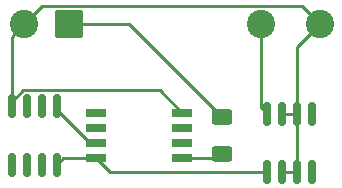
<source format=gbr>
%TF.GenerationSoftware,KiCad,Pcbnew,(6.0.0)*%
%TF.CreationDate,2022-02-25T15:50:30-05:00*%
%TF.ProjectId,heatedGrip,68656174-6564-4477-9269-702e6b696361,rev?*%
%TF.SameCoordinates,Original*%
%TF.FileFunction,Copper,L1,Top*%
%TF.FilePolarity,Positive*%
%FSLAX46Y46*%
G04 Gerber Fmt 4.6, Leading zero omitted, Abs format (unit mm)*
G04 Created by KiCad (PCBNEW (6.0.0)) date 2022-02-25 15:50:30*
%MOMM*%
%LPD*%
G01*
G04 APERTURE LIST*
G04 Aperture macros list*
%AMRoundRect*
0 Rectangle with rounded corners*
0 $1 Rounding radius*
0 $2 $3 $4 $5 $6 $7 $8 $9 X,Y pos of 4 corners*
0 Add a 4 corners polygon primitive as box body*
4,1,4,$2,$3,$4,$5,$6,$7,$8,$9,$2,$3,0*
0 Add four circle primitives for the rounded corners*
1,1,$1+$1,$2,$3*
1,1,$1+$1,$4,$5*
1,1,$1+$1,$6,$7*
1,1,$1+$1,$8,$9*
0 Add four rect primitives between the rounded corners*
20,1,$1+$1,$2,$3,$4,$5,0*
20,1,$1+$1,$4,$5,$6,$7,0*
20,1,$1+$1,$6,$7,$8,$9,0*
20,1,$1+$1,$8,$9,$2,$3,0*%
G04 Aperture macros list end*
%TA.AperFunction,SMDPad,CuDef*%
%ADD10RoundRect,0.150000X0.150000X-0.825000X0.150000X0.825000X-0.150000X0.825000X-0.150000X-0.825000X0*%
%TD*%
%TA.AperFunction,SMDPad,CuDef*%
%ADD11R,1.700000X0.650000*%
%TD*%
%TA.AperFunction,SMDPad,CuDef*%
%ADD12RoundRect,0.250000X0.625000X-0.400000X0.625000X0.400000X-0.625000X0.400000X-0.625000X-0.400000X0*%
%TD*%
%TA.AperFunction,ComponentPad*%
%ADD13C,2.400000*%
%TD*%
%TA.AperFunction,ComponentPad*%
%ADD14RoundRect,0.249600X-0.950400X-0.950400X0.950400X-0.950400X0.950400X0.950400X-0.950400X0.950400X0*%
%TD*%
%TA.AperFunction,SMDPad,CuDef*%
%ADD15RoundRect,0.150000X-0.150000X0.825000X-0.150000X-0.825000X0.150000X-0.825000X0.150000X0.825000X0*%
%TD*%
%TA.AperFunction,Conductor*%
%ADD16C,0.250000*%
%TD*%
G04 APERTURE END LIST*
D10*
%TO.P,U1,1,OUT*%
%TO.N,+5V*%
X82550000Y-165035000D03*
%TO.P,U1,2,GND*%
%TO.N,GND*%
X83820000Y-165035000D03*
%TO.P,U1,3,GND*%
X85090000Y-165035000D03*
%TO.P,U1,4,NC*%
%TO.N,unconnected-(U1-Pad4)*%
X86360000Y-165035000D03*
%TO.P,U1,5,NC*%
%TO.N,unconnected-(U1-Pad5)*%
X86360000Y-160085000D03*
%TO.P,U1,6,GND*%
%TO.N,GND*%
X85090000Y-160085000D03*
%TO.P,U1,7,GND*%
X83820000Y-160085000D03*
%TO.P,U1,8,IN*%
%TO.N,+7.5V*%
X82550000Y-160085000D03*
%TD*%
D11*
%TO.P,U2,1,~{RESET}/PB5*%
%TO.N,Net-(R1-Pad1)*%
X75405000Y-163830000D03*
%TO.P,U2,2,XTAL1/PB3*%
%TO.N,unconnected-(U2-Pad2)*%
X75405000Y-162560000D03*
%TO.P,U2,3,XTAL2/PB4*%
%TO.N,unconnected-(U2-Pad3)*%
X75405000Y-161290000D03*
%TO.P,U2,4,GND*%
%TO.N,GND*%
X75405000Y-160020000D03*
%TO.P,U2,5,AREF/PB0*%
%TO.N,Net-(J1-Pad4)*%
X68105000Y-160020000D03*
%TO.P,U2,6,PB1*%
%TO.N,Net-(J1-Pad5)*%
X68105000Y-161290000D03*
%TO.P,U2,7,PB2*%
%TO.N,Sens*%
X68105000Y-162560000D03*
%TO.P,U2,8,VCC*%
%TO.N,+5V*%
X68105000Y-163830000D03*
%TD*%
D12*
%TO.P,R1,1*%
%TO.N,Net-(R1-Pad1)*%
X78740000Y-163475000D03*
%TO.P,R1,2*%
%TO.N,Net-(R1-Pad2)*%
X78740000Y-160375000D03*
%TD*%
D13*
%TO.P,U3,14*%
%TO.N,GND*%
X87030000Y-152512500D03*
%TO.P,U3,11*%
%TO.N,+7.5V*%
X82030000Y-152512500D03*
%TO.P,U3,A2*%
%TO.N,GND*%
X62030000Y-152512500D03*
D14*
%TO.P,U3,A1*%
%TO.N,Net-(R1-Pad2)*%
X65780000Y-152512500D03*
%TD*%
D15*
%TO.P,U4,1,Vout*%
%TO.N,Sens*%
X64770000Y-159450000D03*
%TO.P,U4,2*%
%TO.N,N/C*%
X63500000Y-159450000D03*
%TO.P,U4,3*%
X62230000Y-159450000D03*
%TO.P,U4,4,GND*%
%TO.N,GND*%
X60960000Y-159450000D03*
%TO.P,U4,5,~{SHUTDOWN}*%
%TO.N,unconnected-(U4-Pad5)*%
X60960000Y-164400000D03*
%TO.P,U4,6*%
%TO.N,N/C*%
X62230000Y-164400000D03*
%TO.P,U4,7*%
X63500000Y-164400000D03*
%TO.P,U4,8,+Vs*%
%TO.N,+5V*%
X64770000Y-164400000D03*
%TD*%
D16*
%TO.N,Net-(R1-Pad1)*%
X78385000Y-163830000D02*
X78740000Y-163475000D01*
%TO.N,GND*%
X85505480Y-150987980D02*
X87030000Y-152512500D01*
%TO.N,Net-(R1-Pad1)*%
X75405000Y-163830000D02*
X78385000Y-163830000D01*
%TO.N,GND*%
X60960000Y-159450000D02*
X60960000Y-159073928D01*
X61918928Y-158115000D02*
X73500000Y-158115000D01*
X73500000Y-158115000D02*
X75405000Y-160020000D01*
%TO.N,Net-(R1-Pad2)*%
X70877500Y-152512500D02*
X78740000Y-160375000D01*
%TO.N,GND*%
X85090000Y-160085000D02*
X85090000Y-165035000D01*
%TO.N,Sens*%
X64770000Y-159450000D02*
X64770000Y-159779022D01*
%TO.N,+5V*%
X65340000Y-163830000D02*
X68105000Y-163830000D01*
%TO.N,GND*%
X85090000Y-160085000D02*
X83820000Y-160085000D01*
%TO.N,+7.5V*%
X82030000Y-152512500D02*
X82030000Y-159565000D01*
%TO.N,Net-(R1-Pad2)*%
X65780000Y-152512500D02*
X70877500Y-152512500D01*
%TO.N,GND*%
X62030000Y-152512500D02*
X60960000Y-153582500D01*
X60960000Y-159073928D02*
X61918928Y-158115000D01*
%TO.N,+5V*%
X64770000Y-164400000D02*
X65340000Y-163830000D01*
%TO.N,GND*%
X87030000Y-152512500D02*
X85090000Y-154452500D01*
%TO.N,+7.5V*%
X82030000Y-159565000D02*
X82550000Y-160085000D01*
%TO.N,Sens*%
X64770000Y-159779022D02*
X67550978Y-162560000D01*
%TO.N,GND*%
X63554520Y-150987980D02*
X85505480Y-150987980D01*
X85090000Y-165035000D02*
X83820000Y-165035000D01*
X62030000Y-152512500D02*
X63554520Y-150987980D01*
X60960000Y-153582500D02*
X60960000Y-159450000D01*
%TO.N,Sens*%
X67550978Y-162560000D02*
X68105000Y-162560000D01*
%TO.N,+5V*%
X68105000Y-163830000D02*
X69310000Y-165035000D01*
X69310000Y-165035000D02*
X82550000Y-165035000D01*
%TO.N,GND*%
X85090000Y-154452500D02*
X85090000Y-160085000D01*
%TD*%
M02*

</source>
